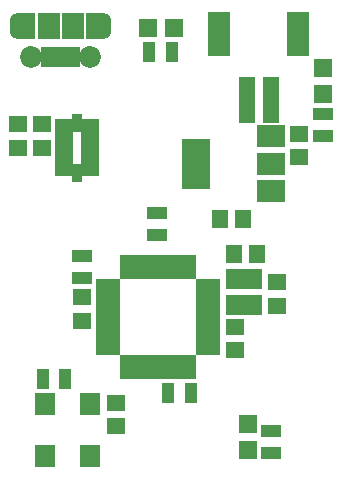
<source format=gbr>
G04 #@! TF.GenerationSoftware,KiCad,Pcbnew,5.0.0-fee4fd1~66~ubuntu16.04.1*
G04 #@! TF.CreationDate,2019-02-25T08:40:39-05:00*
G04 #@! TF.ProjectId,circuit,636972637569742E6B696361645F7063,rev?*
G04 #@! TF.SameCoordinates,Original*
G04 #@! TF.FileFunction,Soldermask,Top*
G04 #@! TF.FilePolarity,Negative*
%FSLAX46Y46*%
G04 Gerber Fmt 4.6, Leading zero omitted, Abs format (unit mm)*
G04 Created by KiCad (PCBNEW 5.0.0-fee4fd1~66~ubuntu16.04.1) date Mon Feb 25 08:40:39 2019*
%MOMM*%
%LPD*%
G01*
G04 APERTURE LIST*
%ADD10R,1.545000X0.950000*%
%ADD11R,0.950000X1.545000*%
%ADD12R,1.650000X1.400000*%
%ADD13R,1.400000X1.650000*%
%ADD14R,1.600000X1.600000*%
%ADD15R,1.400000X3.900000*%
%ADD16R,1.900000X3.800000*%
%ADD17R,1.700000X1.100000*%
%ADD18R,1.100000X1.700000*%
%ADD19R,1.800000X1.900000*%
%ADD20R,2.000000X0.950000*%
%ADD21R,0.950000X2.000000*%
%ADD22R,1.600000X1.800000*%
%ADD23R,1.600000X2.300000*%
%ADD24O,1.600000X2.300000*%
%ADD25R,1.900000X2.300000*%
%ADD26C,1.850000*%
%ADD27R,0.800000X1.750000*%
%ADD28R,2.400000X1.900000*%
%ADD29R,2.400000X4.200000*%
G04 APERTURE END LIST*
D10*
G04 #@! TO.C,U3*
X189643800Y-88428580D03*
X189643800Y-84428580D03*
X189643800Y-87628580D03*
X189643800Y-85228580D03*
X191838800Y-84428580D03*
X191838800Y-85228580D03*
X191838800Y-88428580D03*
X191838800Y-87628580D03*
X189643800Y-86028580D03*
X189643800Y-86828580D03*
X191838800Y-86028580D03*
X191838800Y-86828580D03*
D11*
X190741300Y-84331080D03*
X190741300Y-88526080D03*
G04 #@! TD*
D12*
G04 #@! TO.C,C1*
X193987420Y-108022640D03*
X193987420Y-110022640D03*
G04 #@! TD*
G04 #@! TO.C,C4*
X207627220Y-97818700D03*
X207627220Y-99818700D03*
G04 #@! TD*
D13*
G04 #@! TO.C,C5*
X204005940Y-95410020D03*
X206005940Y-95410020D03*
G04 #@! TD*
D12*
G04 #@! TO.C,C6*
X191117220Y-101068380D03*
X191117220Y-99068380D03*
G04 #@! TD*
G04 #@! TO.C,C7*
X204099160Y-103572060D03*
X204099160Y-101572060D03*
G04 #@! TD*
D14*
G04 #@! TO.C,D1*
X198948400Y-76248260D03*
X196748400Y-76248260D03*
G04 #@! TD*
G04 #@! TO.C,D2*
X205173580Y-109816720D03*
X205173580Y-112016720D03*
G04 #@! TD*
G04 #@! TO.C,D3*
X211528660Y-79651500D03*
X211528660Y-81851500D03*
G04 #@! TD*
D15*
G04 #@! TO.C,J1*
X207116680Y-82344260D03*
X205116680Y-82344260D03*
D16*
X209466680Y-76794260D03*
X202766680Y-76794260D03*
G04 #@! TD*
D17*
G04 #@! TO.C,R1*
X207180180Y-110368040D03*
X207180180Y-112268040D03*
G04 #@! TD*
D18*
G04 #@! TO.C,R2*
X198750000Y-78315820D03*
X196850000Y-78315820D03*
G04 #@! TD*
D17*
G04 #@! TO.C,R3*
X211576920Y-83550720D03*
X211576920Y-85450720D03*
G04 #@! TD*
G04 #@! TO.C,R4*
X197464680Y-93847960D03*
X197464680Y-91947960D03*
G04 #@! TD*
D18*
G04 #@! TO.C,R5*
X189725380Y-106011980D03*
X187825380Y-106011980D03*
G04 #@! TD*
G04 #@! TO.C,R6*
X200367940Y-107188000D03*
X198467940Y-107188000D03*
G04 #@! TD*
D17*
G04 #@! TO.C,R7*
X191114680Y-95595400D03*
X191114680Y-97495400D03*
G04 #@! TD*
D19*
G04 #@! TO.C,U1*
X191843820Y-108157920D03*
X188043820Y-108157920D03*
X191843820Y-112557920D03*
X188043820Y-112557920D03*
G04 #@! TD*
D20*
G04 #@! TO.C,U4*
X201856920Y-103556720D03*
X201856920Y-102756720D03*
X201856920Y-101956720D03*
X201856920Y-101156720D03*
X201856920Y-100356720D03*
X201856920Y-99556720D03*
X201856920Y-98756720D03*
X201856920Y-97956720D03*
D21*
X200406920Y-96506720D03*
X199606920Y-96506720D03*
X198806920Y-96506720D03*
X198006920Y-96506720D03*
X197206920Y-96506720D03*
X196406920Y-96506720D03*
X195606920Y-96506720D03*
X194806920Y-96506720D03*
D20*
X193356920Y-97956720D03*
X193356920Y-98756720D03*
X193356920Y-99556720D03*
X193356920Y-100356720D03*
X193356920Y-101156720D03*
X193356920Y-101956720D03*
X193356920Y-102756720D03*
X193356920Y-103556720D03*
D21*
X194806920Y-105006720D03*
X195606920Y-105006720D03*
X196406920Y-105006720D03*
X197206920Y-105006720D03*
X198006920Y-105006720D03*
X198806920Y-105006720D03*
X199606920Y-105006720D03*
X200406920Y-105006720D03*
G04 #@! TD*
D22*
G04 #@! TO.C,Y1*
X205663700Y-99728200D03*
X205663700Y-97528200D03*
X204063700Y-97528200D03*
X204063700Y-99728200D03*
G04 #@! TD*
D23*
G04 #@! TO.C,J5*
X192249380Y-76083680D03*
X186449380Y-76083680D03*
D24*
X185849380Y-76083680D03*
X192849380Y-76083680D03*
D25*
X190349380Y-76083680D03*
D26*
X186849380Y-78783680D03*
D27*
X189349380Y-78783680D03*
X188699380Y-78783680D03*
X188049380Y-78783680D03*
X190649380Y-78783680D03*
X189999380Y-78783680D03*
D26*
X191849380Y-78783680D03*
D25*
X188349380Y-76083680D03*
G04 #@! TD*
D12*
G04 #@! TO.C,C2*
X209494120Y-85248240D03*
X209494120Y-87248240D03*
G04 #@! TD*
D13*
G04 #@! TO.C,C3*
X204819760Y-92458540D03*
X202819760Y-92458540D03*
G04 #@! TD*
D28*
G04 #@! TO.C,U2*
X207132320Y-90074780D03*
X207132320Y-85474780D03*
X207132320Y-87774780D03*
D29*
X200832320Y-87774780D03*
G04 #@! TD*
D12*
G04 #@! TO.C,C8*
X187756800Y-84437980D03*
X187756800Y-86437980D03*
G04 #@! TD*
G04 #@! TO.C,C9*
X185722260Y-86440520D03*
X185722260Y-84440520D03*
G04 #@! TD*
M02*

</source>
